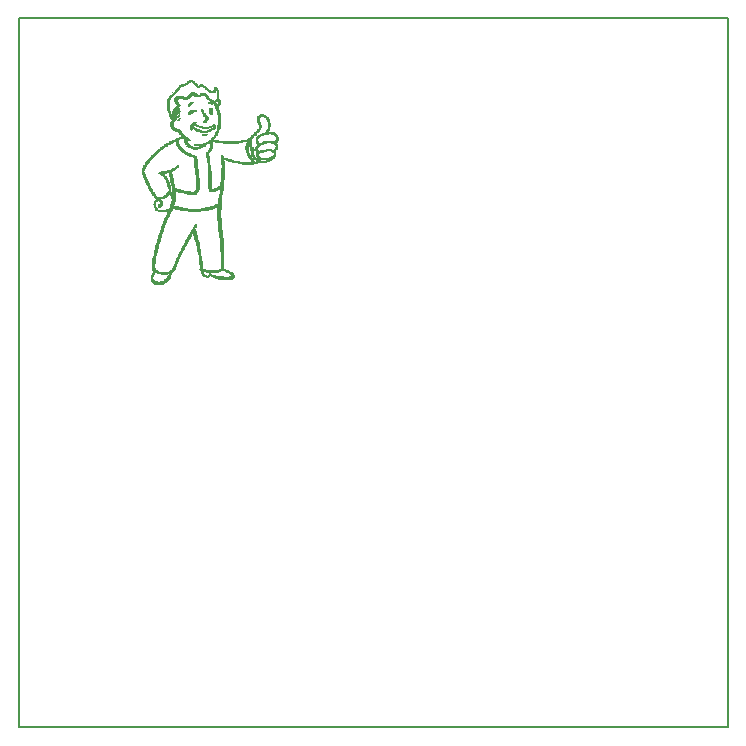
<source format=gbo>
G04 Layer_Color=32896*
%FSLAX25Y25*%
%MOIN*%
G70*
G01*
G75*
%ADD17C,0.00800*%
%ADD37C,0.00200*%
D17*
X433071Y488189D02*
Y724409D01*
X196850Y488189D02*
X433071D01*
X196850D02*
Y724409D01*
X433071D01*
D37*
X253517Y703813D02*
X254517D01*
X253116Y703613D02*
X254917D01*
X254316Y703413D02*
X255316D01*
X252917D02*
X253917D01*
X254517Y703213D02*
X255316D01*
X252716D02*
X253716D01*
X254716Y703013D02*
X255517D01*
X252517D02*
X253316D01*
X254917Y702813D02*
X255716D01*
X252316D02*
X253116D01*
X255117Y702613D02*
X255917D01*
X252116D02*
X252716D01*
X257316Y702413D02*
X257716D01*
X255316D02*
X256117D01*
X250716D02*
X252517D01*
X256916Y702213D02*
X258316D01*
X255517D02*
X256316D01*
X250317D02*
X252316D01*
X255716Y702013D02*
X258717D01*
X250116D02*
X251517D01*
X257716Y701813D02*
X258916D01*
X255917D02*
X257316D01*
X250116D02*
X250716D01*
X261717Y701613D02*
X262316D01*
X258117D02*
X259117D01*
X256117D02*
X256916D01*
X249917D02*
X250517D01*
X261717Y701413D02*
X262516D01*
X258517D02*
X259316D01*
X249716D02*
X250317D01*
X261717Y701213D02*
X262717D01*
X258717D02*
X259517D01*
X249517D02*
X250317D01*
X261717Y701013D02*
X262916D01*
X258916D02*
X259717D01*
X249517D02*
X250116D01*
X261717Y700813D02*
X262916D01*
X259316D02*
X259916D01*
X249317D02*
X249917D01*
X262516Y700613D02*
X263117D01*
X261717D02*
X262316D01*
X259517D02*
X260316D01*
X249116D02*
X249917D01*
X262516Y700413D02*
X263117D01*
X261516D02*
X262316D01*
X259717D02*
X260517D01*
X248917D02*
X249716D01*
X262717Y700213D02*
X263316D01*
X261316D02*
X262117D01*
X259916D02*
X260916D01*
X248917D02*
X249517D01*
X262717Y700013D02*
X263316D01*
X260117D02*
X262117D01*
X254316D02*
X255117D01*
X248716D02*
X249317D01*
X262717Y699813D02*
X263316D01*
X260517D02*
X261717D01*
X254117D02*
X255316D01*
X248517D02*
X249116D01*
X247716D02*
X247917D01*
X262717Y699613D02*
X263316D01*
X257716D02*
X258517D01*
X253917D02*
X255517D01*
X248317D02*
X248917D01*
X262916Y699413D02*
X263316D01*
X257316D02*
X258916D01*
X253716D02*
X255716D01*
X248116D02*
X248716D01*
X262916Y699213D02*
X263316D01*
X257117D02*
X259117D01*
X253517D02*
X256117D01*
X247716D02*
X248517D01*
X262916Y699013D02*
X263316D01*
X254716D02*
X259316D01*
X253316D02*
X254517D01*
X247516D02*
X248317D01*
X262916Y698813D02*
X263316D01*
X258517D02*
X259517D01*
X254917D02*
X257716D01*
X253116D02*
X254316D01*
X247317D02*
X248116D01*
X262916Y698613D02*
X263316D01*
X258717D02*
X259517D01*
X255316D02*
X257316D01*
X253116D02*
X254117D01*
X247116D02*
X247917D01*
X262916Y698413D02*
X263316D01*
X258916D02*
X259717D01*
X255716D02*
X257117D01*
X252917D02*
X253917D01*
X249317D02*
X251517D01*
X246917D02*
X247716D01*
X262717Y698213D02*
X263316D01*
X259117D02*
X259916D01*
X252517D02*
X253716D01*
X248917D02*
X252116D01*
X246716D02*
X247516D01*
X262717Y698013D02*
X263316D01*
X259117D02*
X260117D01*
X248716D02*
X253517D01*
X246516D02*
X247317D01*
X262717Y697813D02*
X263316D01*
X259316D02*
X260316D01*
X248517D02*
X253116D01*
X246516D02*
X247116D01*
X262516Y697613D02*
X263516D01*
X259517D02*
X260517D01*
X251517D02*
X252917D01*
X248517D02*
X249716D01*
X246317D02*
X247116D01*
X262516Y697413D02*
X263516D01*
X259916D02*
X260916D01*
X248517D02*
X249517D01*
X246317D02*
X246917D01*
X263117Y697213D02*
X263717D01*
X262117D02*
X262916D01*
X260117D02*
X261516D01*
X248517D02*
X249517D01*
X246317D02*
X246917D01*
X263117Y697013D02*
X263717D01*
X260517D02*
X262717D01*
X248517D02*
X249517D01*
X246317D02*
X246917D01*
X263316Y696813D02*
X263717D01*
X260916D02*
X262516D01*
X248716D02*
X249517D01*
X246116D02*
X246716D01*
X263316Y696613D02*
X263717D01*
X261316D02*
X262117D01*
X259916D02*
X260717D01*
X253917D02*
X254716D01*
X248716D02*
X249716D01*
X246116D02*
X246716D01*
X263316Y696413D02*
X263717D01*
X261516D02*
X262316D01*
X259916D02*
X260916D01*
X253716D02*
X254716D01*
X248716D02*
X249917D01*
X246116D02*
X246716D01*
X263316Y696213D02*
X263717D01*
X261516D02*
X262516D01*
X259916D02*
X261117D01*
X253517D02*
X254517D01*
X248917D02*
X249917D01*
X246116D02*
X246716D01*
X263117Y696013D02*
X263717D01*
X261717D02*
X262516D01*
X260717D02*
X261117D01*
X253517D02*
X254117D01*
X249116D02*
X250116D01*
X246116D02*
X246716D01*
X263117Y695813D02*
X263717D01*
X261717D02*
X262717D01*
X260916D02*
X261316D01*
X253316D02*
X253917D01*
X249317D02*
X250116D01*
X246116D02*
X246716D01*
X262916Y695613D02*
X263516D01*
X261916D02*
X262717D01*
X253316D02*
X253716D01*
X249517D02*
X250317D01*
X246116D02*
X246716D01*
X262117Y695413D02*
X263516D01*
X253116D02*
X253517D01*
X249716D02*
X250517D01*
X246116D02*
X246716D01*
X262117Y695213D02*
X263316D01*
X253116D02*
X253517D01*
X249317D02*
X250317D01*
X246116D02*
X246716D01*
X262117Y695013D02*
X263316D01*
X249116D02*
X249917D01*
X246116D02*
X246716D01*
X262316Y694813D02*
X263117D01*
X248917D02*
X249716D01*
X246317D02*
X246716D01*
X262316Y694613D02*
X263117D01*
X260517D02*
X260717D01*
X248716D02*
X249517D01*
X246317D02*
X246917D01*
X262516Y694413D02*
X263316D01*
X260316D02*
X261117D01*
X249917D02*
X250317D01*
X248517D02*
X249317D01*
X246317D02*
X246917D01*
X262516Y694213D02*
X263316D01*
X260316D02*
X261117D01*
X257517D02*
X257916D01*
X249517D02*
X250317D01*
X248317D02*
X249116D01*
X246317D02*
X246917D01*
X262516Y694013D02*
X263316D01*
X260117D02*
X261316D01*
X257517D02*
X257916D01*
X254117D02*
X255316D01*
X249317D02*
X250116D01*
X248317D02*
X248917D01*
X246317D02*
X246917D01*
X262717Y693813D02*
X263516D01*
X260117D02*
X261316D01*
X257517D02*
X258117D01*
X253716D02*
X255716D01*
X249116D02*
X249716D01*
X248116D02*
X248716D01*
X246516D02*
X246917D01*
X262717Y693613D02*
X263516D01*
X260117D02*
X261316D01*
X257517D02*
X258117D01*
X253716D02*
X255917D01*
X248917D02*
X249517D01*
X247917D02*
X248716D01*
X246516D02*
X247116D01*
X262717Y693413D02*
X263516D01*
X260117D02*
X261316D01*
X257716D02*
X258316D01*
X253517D02*
X255716D01*
X249716D02*
X250517D01*
X248716D02*
X249317D01*
X247917D02*
X248517D01*
X246516D02*
X247116D01*
X262916Y693213D02*
X263516D01*
X260117D02*
X261316D01*
X257716D02*
X258316D01*
X253316D02*
X254716D01*
X249517D02*
X250317D01*
X248517D02*
X249116D01*
X247917D02*
X248317D01*
X246516D02*
X247116D01*
X262916Y693013D02*
X263717D01*
X260316D02*
X261316D01*
X257916D02*
X258517D01*
X253316D02*
X254517D01*
X249317D02*
X250116D01*
X247716D02*
X248917D01*
X246716D02*
X247317D01*
X262916Y692813D02*
X263717D01*
X260316D02*
X261316D01*
X257916D02*
X258717D01*
X253316D02*
X254117D01*
X249116D02*
X249917D01*
X247716D02*
X248917D01*
X246716D02*
X247317D01*
X262916Y692613D02*
X263717D01*
X260517D02*
X261117D01*
X258117D02*
X258916D01*
X253316D02*
X253917D01*
X248917D02*
X249517D01*
X247716D02*
X248716D01*
X246716D02*
X247516D01*
X277116Y692413D02*
X278316D01*
X262916D02*
X263717D01*
X260717D02*
X260916D01*
X258117D02*
X258916D01*
X253316D02*
X253716D01*
X250116D02*
X250317D01*
X248716D02*
X249317D01*
X246917D02*
X248517D01*
X276716Y692213D02*
X278917D01*
X263117D02*
X263717D01*
X258316D02*
X259117D01*
X249716D02*
X250317D01*
X248716D02*
X249116D01*
X246917D02*
X248517D01*
X276517Y692013D02*
X279117D01*
X263117D02*
X263916D01*
X258316D02*
X259316D01*
X249517D02*
X250116D01*
X248517D02*
X249116D01*
X246917D02*
X248317D01*
X278116Y691813D02*
X279316D01*
X276316D02*
X277316D01*
X263117D02*
X263916D01*
X258517D02*
X259517D01*
X249317D02*
X249917D01*
X247116D02*
X248917D01*
X278517Y691613D02*
X279517D01*
X276316D02*
X277116D01*
X263117D02*
X263916D01*
X258717D02*
X259717D01*
X249116D02*
X249716D01*
X247116D02*
X248716D01*
X278917Y691413D02*
X279716D01*
X276116D02*
X277116D01*
X263117D02*
X263916D01*
X258717D02*
X259717D01*
X249116D02*
X249517D01*
X247317D02*
X248716D01*
X279117Y691213D02*
X279917D01*
X276116D02*
X276917D01*
X263117D02*
X263916D01*
X258916D02*
X259717D01*
X250116D02*
X250517D01*
X248917D02*
X249317D01*
X247317D02*
X248517D01*
X279316Y691013D02*
X279917D01*
X276116D02*
X276917D01*
X263117D02*
X263916D01*
X258717D02*
X259717D01*
X249716D02*
X250317D01*
X248917D02*
X249317D01*
X247516D02*
X248517D01*
X279316Y690813D02*
X280117D01*
X276116D02*
X276917D01*
X263117D02*
X263916D01*
X258717D02*
X259717D01*
X249716D02*
X250116D01*
X248917D02*
X249116D01*
X247716D02*
X248716D01*
X279517Y690613D02*
X280117D01*
X276116D02*
X276917D01*
X263117D02*
X263916D01*
X258517D02*
X259517D01*
X249517D02*
X250116D01*
X247716D02*
X248917D01*
X279517Y690413D02*
X280316D01*
X276316D02*
X276917D01*
X263117D02*
X263916D01*
X258517D02*
X259316D01*
X249716D02*
X249917D01*
X247716D02*
X248716D01*
X279517Y690213D02*
X280316D01*
X276316D02*
X276917D01*
X263117D02*
X263916D01*
X258316D02*
X259316D01*
X247516D02*
X248517D01*
X279716Y690013D02*
X280316D01*
X276316D02*
X276917D01*
X263117D02*
X263916D01*
X258316D02*
X259117D01*
X255316D02*
X255716D01*
X247317D02*
X248317D01*
X279716Y689813D02*
X280316D01*
X276316D02*
X277116D01*
X263117D02*
X263916D01*
X254917D02*
X255716D01*
X247317D02*
X248317D01*
X279716Y689613D02*
X280316D01*
X276517D02*
X277116D01*
X263117D02*
X263916D01*
X254716D02*
X255517D01*
X247116D02*
X248116D01*
X279716Y689413D02*
X280517D01*
X276517D02*
X277316D01*
X263117D02*
X263916D01*
X254517D02*
X255517D01*
X247116D02*
X248116D01*
X279917Y689213D02*
X280517D01*
X276517D02*
X277316D01*
X263117D02*
X263916D01*
X261516D02*
X261916D01*
X254316D02*
X255716D01*
X247116D02*
X248116D01*
X279917Y689013D02*
X280517D01*
X276716D02*
X277316D01*
X263117D02*
X263916D01*
X261516D02*
X261916D01*
X254117D02*
X256117D01*
X247116D02*
X248116D01*
X279917Y688813D02*
X280517D01*
X276716D02*
X277517D01*
X262916D02*
X263717D01*
X261316D02*
X262117D01*
X255117D02*
X256517D01*
X253917D02*
X254917D01*
X247317D02*
X248116D01*
X279716Y688613D02*
X280517D01*
X276716D02*
X277517D01*
X262916D02*
X263717D01*
X260916D02*
X262316D01*
X255716D02*
X257117D01*
X253917D02*
X254716D01*
X247317D02*
X248317D01*
X279716Y688413D02*
X280316D01*
X276716D02*
X277517D01*
X262916D02*
X263717D01*
X261516D02*
X262316D01*
X260316D02*
X261316D01*
X256117D02*
X257916D01*
X253716D02*
X254917D01*
X247317D02*
X248317D01*
X279716Y688213D02*
X280316D01*
X276716D02*
X277517D01*
X262916D02*
X263717D01*
X261516D02*
X262117D01*
X256916D02*
X260717D01*
X253716D02*
X255117D01*
X247516D02*
X248517D01*
X279716Y688013D02*
X280316D01*
X276716D02*
X277316D01*
X262916D02*
X263717D01*
X261316D02*
X262117D01*
X257716D02*
X259717D01*
X253716D02*
X255316D01*
X247516D02*
X248716D01*
X279716Y687813D02*
X280316D01*
X276716D02*
X277316D01*
X262916D02*
X263516D01*
X260916D02*
X262117D01*
X254716D02*
X255716D01*
X253716D02*
X254517D01*
X247716D02*
X249116D01*
X279517Y687613D02*
X280117D01*
X276517D02*
X277316D01*
X262717D02*
X263516D01*
X260517D02*
X261916D01*
X255117D02*
X256117D01*
X253917D02*
X254316D01*
X247917D02*
X249517D01*
X279517Y687413D02*
X280117D01*
X276316D02*
X277116D01*
X262717D02*
X263516D01*
X261516D02*
X261916D01*
X260117D02*
X261117D01*
X255316D02*
X256716D01*
X253917D02*
X254517D01*
X248116D02*
X250317D01*
X279316Y687213D02*
X280117D01*
X276116D02*
X276917D01*
X262717D02*
X263316D01*
X259517D02*
X260916D01*
X255517D02*
X257517D01*
X254117D02*
X254316D01*
X248317D02*
X250517D01*
X279316Y687013D02*
X279917D01*
X275917D02*
X276917D01*
X262516D02*
X263316D01*
X255917D02*
X260517D01*
X248716D02*
X250517D01*
X279117Y686813D02*
X279917D01*
X275716D02*
X276716D01*
X262516D02*
X263316D01*
X256316D02*
X260117D01*
X249317D02*
X250716D01*
X279917Y686613D02*
X280117D01*
X279117D02*
X279716D01*
X275517D02*
X276517D01*
X262516D02*
X263117D01*
X257117D02*
X259517D01*
X249917D02*
X250917D01*
X278716Y686413D02*
X281716D01*
X275317D02*
X276316D01*
X262316D02*
X263117D01*
X249917D02*
X250917D01*
X277917Y686213D02*
X282117D01*
X275116D02*
X275917D01*
X262316D02*
X262916D01*
X250116D02*
X251116D01*
X280716Y686013D02*
X282316D01*
X277517D02*
X279716D01*
X274917D02*
X275716D01*
X262117D02*
X262916D01*
X257916D02*
X259517D01*
X250317D02*
X251316D01*
X281517Y685813D02*
X282517D01*
X277116D02*
X278716D01*
X274716D02*
X275517D01*
X262117D02*
X262717D01*
X257716D02*
X259517D01*
X250517D02*
X251517D01*
X281916Y685613D02*
X282716D01*
X276716D02*
X278116D01*
X274517D02*
X275317D01*
X261916D02*
X262717D01*
X257716D02*
X259316D01*
X250716D02*
X251716D01*
X282117Y685413D02*
X282916D01*
X276517D02*
X277716D01*
X275517D02*
X275716D01*
X274317D02*
X275116D01*
X261717D02*
X262516D01*
X258117D02*
X259117D01*
X250917D02*
X251917D01*
X282316Y685213D02*
X282916D01*
X276316D02*
X277316D01*
X274317D02*
X274917D01*
X261717D02*
X262316D01*
X250917D02*
X252116D01*
X282517Y685013D02*
X283117D01*
X276116D02*
X276917D01*
X274116D02*
X274716D01*
X261516D02*
X262316D01*
X250716D02*
X252316D01*
X282517Y684813D02*
X283117D01*
X275917D02*
X276716D01*
X273917D02*
X274716D01*
X261316D02*
X262117D01*
X250116D02*
X252716D01*
X282517Y684613D02*
X283117D01*
X275917D02*
X276517D01*
X273716D02*
X274517D01*
X261117D02*
X261916D01*
X251517D02*
X252917D01*
X249716D02*
X251116D01*
X282517Y684413D02*
X283117D01*
X275716D02*
X276517D01*
X273317D02*
X274317D01*
X260916D02*
X261717D01*
X251517D02*
X253116D01*
X249116D02*
X250517D01*
X282517Y684213D02*
X283117D01*
X275716D02*
X276316D01*
X272716D02*
X274317D01*
X260717D02*
X261516D01*
X251716D02*
X253517D01*
X248716D02*
X250116D01*
X282517Y684013D02*
X283117D01*
X275716D02*
X276316D01*
X271917D02*
X274116D01*
X260517D02*
X261316D01*
X252716D02*
X253716D01*
X251716D02*
X252517D01*
X248317D02*
X249716D01*
X282316Y683813D02*
X282916D01*
X275716D02*
X276316D01*
X270917D02*
X274116D01*
X260316D02*
X263117D01*
X253116D02*
X253716D01*
X251716D02*
X252517D01*
X247716D02*
X249716D01*
X282316Y683613D02*
X282916D01*
X278917D02*
X281117D01*
X275716D02*
X276316D01*
X268516D02*
X274116D01*
X259916D02*
X266916D01*
X251716D02*
X252517D01*
X247317D02*
X249716D01*
X282117Y683413D02*
X282716D01*
X278316D02*
X281716D01*
X275716D02*
X276517D01*
X272917D02*
X274116D01*
X259717D02*
X272317D01*
X251917D02*
X252716D01*
X248917D02*
X249716D01*
X246917D02*
X248517D01*
X277917Y683213D02*
X282716D01*
X275917D02*
X276517D01*
X272716D02*
X274116D01*
X262316D02*
X271317D01*
X259316D02*
X261117D01*
X251917D02*
X252716D01*
X249116D02*
X249716D01*
X246716D02*
X248116D01*
X280917Y683013D02*
X282517D01*
X277517D02*
X279117D01*
X275917D02*
X276716D01*
X272716D02*
X274116D01*
X264717D02*
X269917D01*
X260517D02*
X261117D01*
X258717D02*
X260117D01*
X252116D02*
X252917D01*
X249116D02*
X249917D01*
X246317D02*
X247716D01*
X281316Y682813D02*
X282517D01*
X277116D02*
X278517D01*
X276116D02*
X276917D01*
X273517D02*
X274116D01*
X272516D02*
X273317D01*
X260517D02*
X261117D01*
X258117D02*
X259717D01*
X252116D02*
X253116D01*
X249116D02*
X249917D01*
X245917D02*
X247516D01*
X281716Y682613D02*
X282517D01*
X276316D02*
X278116D01*
X273517D02*
X274116D01*
X272516D02*
X273317D01*
X260517D02*
X261117D01*
X257316D02*
X259316D01*
X252316D02*
X253316D01*
X249116D02*
X250116D01*
X245717D02*
X247116D01*
X282117Y682413D02*
X282716D01*
X276517D02*
X277716D01*
X273517D02*
X274116D01*
X272516D02*
X273116D01*
X260517D02*
X261117D01*
X255316D02*
X259117D01*
X252517D02*
X253517D01*
X249317D02*
X250116D01*
X245317D02*
X246716D01*
X282316Y682213D02*
X282916D01*
X276116D02*
X277316D01*
X273517D02*
X274317D01*
X272516D02*
X273116D01*
X260517D02*
X261117D01*
X255316D02*
X258916D01*
X252716D02*
X253716D01*
X249317D02*
X250317D01*
X245116D02*
X246317D01*
X282517Y682013D02*
X282916D01*
X275917D02*
X276917D01*
X273517D02*
X274317D01*
X272516D02*
X273116D01*
X260517D02*
X261117D01*
X257316D02*
X258717D01*
X252716D02*
X253917D01*
X249517D02*
X250317D01*
X244717D02*
X246116D01*
X282517Y681813D02*
X282916D01*
X275917D02*
X276716D01*
X273716D02*
X274317D01*
X272317D02*
X273116D01*
X260517D02*
X261117D01*
X256916D02*
X258316D01*
X253116D02*
X254517D01*
X252517D02*
X252716D01*
X249517D02*
X250517D01*
X244516D02*
X245717D01*
X282517Y681613D02*
X282916D01*
X275716D02*
X276517D01*
X273917D02*
X274517D01*
X272317D02*
X273116D01*
X260517D02*
X261117D01*
X255716D02*
X257916D01*
X253316D02*
X255517D01*
X249716D02*
X250716D01*
X244317D02*
X245317D01*
X282316Y681413D02*
X282916D01*
X275517D02*
X276316D01*
X273917D02*
X274716D01*
X272317D02*
X273116D01*
X260517D02*
X261117D01*
X253716D02*
X257716D01*
X249917D02*
X250917D01*
X243917D02*
X245116D01*
X282117Y681213D02*
X282916D01*
X275517D02*
X276316D01*
X273917D02*
X274917D01*
X272317D02*
X273116D01*
X260316D02*
X261117D01*
X254117D02*
X257117D01*
X249917D02*
X251116D01*
X243717D02*
X244717D01*
X281916Y681013D02*
X282716D01*
X275517D02*
X276116D01*
X273917D02*
X274917D01*
X272317D02*
X273116D01*
X260316D02*
X260916D01*
X254917D02*
X256117D01*
X250116D02*
X251316D01*
X243516D02*
X244516D01*
X281716Y680813D02*
X282517D01*
X279316D02*
X280716D01*
X275517D02*
X276116D01*
X273917D02*
X275116D01*
X272317D02*
X273116D01*
X260117D02*
X260916D01*
X250317D02*
X251517D01*
X243317D02*
X244317D01*
X278116Y680613D02*
X282316D01*
X275517D02*
X276316D01*
X273917D02*
X275116D01*
X272516D02*
X273116D01*
X259916D02*
X260717D01*
X250517D02*
X251716D01*
X242916D02*
X243917D01*
X277316Y680413D02*
X281916D01*
X275517D02*
X276517D01*
X273917D02*
X274716D01*
X272516D02*
X273116D01*
X259916D02*
X260717D01*
X250716D02*
X251917D01*
X242717D02*
X243717D01*
X280917Y680213D02*
X282117D01*
X275716D02*
X279117D01*
X274116D02*
X274716D01*
X272516D02*
X273116D01*
X259717D02*
X260517D01*
X250917D02*
X252316D01*
X242516D02*
X243516D01*
X281316Y680013D02*
X282117D01*
X275917D02*
X278116D01*
X274116D02*
X274716D01*
X272516D02*
X273317D01*
X259316D02*
X260316D01*
X251116D02*
X252716D01*
X242317D02*
X243317D01*
X281716Y679813D02*
X282316D01*
X276116D02*
X277316D01*
X274116D02*
X274917D01*
X272516D02*
X273317D01*
X259316D02*
X260117D01*
X251517D02*
X252917D01*
X242116D02*
X243116D01*
X281716Y679613D02*
X282316D01*
X275917D02*
X276917D01*
X274116D02*
X274917D01*
X272716D02*
X273317D01*
X259316D02*
X259916D01*
X251716D02*
X253316D01*
X241916D02*
X242916D01*
X281916Y679413D02*
X282316D01*
X275917D02*
X276716D01*
X274317D02*
X274917D01*
X272716D02*
X273517D01*
X259316D02*
X259916D01*
X251917D02*
X253716D01*
X241717D02*
X242717D01*
X281916Y679213D02*
X282316D01*
X275716D02*
X276517D01*
X274317D02*
X274917D01*
X272917D02*
X273517D01*
X259316D02*
X259916D01*
X252316D02*
X254316D01*
X241516D02*
X242516D01*
X281716Y679013D02*
X282316D01*
X275716D02*
X276316D01*
X274317D02*
X275116D01*
X272917D02*
X273716D01*
X264117D02*
X264516D01*
X259316D02*
X259916D01*
X252716D02*
X255117D01*
X241317D02*
X242317D01*
X281517Y678813D02*
X282316D01*
X275716D02*
X276517D01*
X274517D02*
X275116D01*
X272917D02*
X273716D01*
X264117D02*
X264516D01*
X259316D02*
X259916D01*
X253116D02*
X255316D01*
X240916D02*
X241916D01*
X281316Y678613D02*
X282117D01*
X275917D02*
X276517D01*
X274517D02*
X275317D01*
X273116D02*
X273917D01*
X264117D02*
X264717D01*
X259316D02*
X260117D01*
X253517D02*
X255716D01*
X240916D02*
X241916D01*
X280716Y678413D02*
X282117D01*
X275917D02*
X276716D01*
X274716D02*
X275317D01*
X273317D02*
X274116D01*
X264317D02*
X264717D01*
X259316D02*
X260117D01*
X254117D02*
X255716D01*
X240717D02*
X241717D01*
X280117Y678213D02*
X281916D01*
X276116D02*
X277116D01*
X274716D02*
X275517D01*
X273317D02*
X274116D01*
X264317D02*
X264916D01*
X259316D02*
X260117D01*
X254917D02*
X255917D01*
X240516D02*
X241516D01*
X276316Y678013D02*
X281716D01*
X274917D02*
X275716D01*
X273517D02*
X274317D01*
X264317D02*
X265516D01*
X259517D02*
X260117D01*
X255117D02*
X255917D01*
X240317D02*
X241317D01*
X276517Y677813D02*
X281517D01*
X275116D02*
X275917D01*
X273716D02*
X274517D01*
X264317D02*
X266116D01*
X259517D02*
X260117D01*
X255117D02*
X255917D01*
X240117D02*
X241116D01*
X280316Y677613D02*
X281316D01*
X276917D02*
X280117D01*
X275317D02*
X276116D01*
X273716D02*
X274716D01*
X264317D02*
X266717D01*
X259517D02*
X260117D01*
X255117D02*
X255917D01*
X239916D02*
X240916D01*
X279716Y677413D02*
X280917D01*
X277917D02*
X278917D01*
X275517D02*
X276517D01*
X273917D02*
X274716D01*
X265317D02*
X267516D01*
X264317D02*
X264916D01*
X259517D02*
X260117D01*
X255117D02*
X256117D01*
X239717D02*
X240717D01*
X279117Y677213D02*
X280716D01*
X275716D02*
X277116D01*
X274116D02*
X274917D01*
X265916D02*
X268317D01*
X264317D02*
X264916D01*
X259517D02*
X260316D01*
X255117D02*
X256117D01*
X239516D02*
X240516D01*
X275917Y677013D02*
X280316D01*
X274317D02*
X275116D01*
X266516D02*
X269317D01*
X264317D02*
X265117D01*
X259517D02*
X260316D01*
X255316D02*
X256117D01*
X239317D02*
X240317D01*
X276116Y676813D02*
X279917D01*
X274517D02*
X275317D01*
X267116D02*
X270317D01*
X264317D02*
X265117D01*
X259517D02*
X260316D01*
X255316D02*
X256117D01*
X239317D02*
X240117D01*
X274517Y676613D02*
X279117D01*
X267916D02*
X271917D01*
X264317D02*
X265117D01*
X259517D02*
X260316D01*
X255316D02*
X256117D01*
X239117D02*
X240117D01*
X268717Y676413D02*
X276716D01*
X264317D02*
X265117D01*
X259717D02*
X260316D01*
X255316D02*
X256117D01*
X238916D02*
X239916D01*
X269917Y676213D02*
X276116D01*
X264317D02*
X265117D01*
X259717D02*
X260316D01*
X255316D02*
X256117D01*
X238916D02*
X239717D01*
X271317Y676013D02*
X274917D01*
X264317D02*
X265117D01*
X259717D02*
X260316D01*
X255316D02*
X256316D01*
X238717D02*
X239516D01*
X264516Y675813D02*
X265117D01*
X259717D02*
X260316D01*
X255316D02*
X256316D01*
X238717D02*
X239516D01*
X264516Y675613D02*
X265117D01*
X259717D02*
X260316D01*
X255316D02*
X256316D01*
X238516D02*
X239317D01*
X264516Y675413D02*
X265117D01*
X259717D02*
X260517D01*
X255316D02*
X256316D01*
X249517D02*
X249917D01*
X238316D02*
X239117D01*
X264516Y675213D02*
X265117D01*
X259717D02*
X260517D01*
X255316D02*
X256316D01*
X249317D02*
X249716D01*
X238316D02*
X239117D01*
X264516Y675013D02*
X265117D01*
X259717D02*
X260517D01*
X255316D02*
X256316D01*
X248917D02*
X249716D01*
X238117D02*
X238916D01*
X264516Y674813D02*
X265117D01*
X259717D02*
X260517D01*
X255316D02*
X256316D01*
X248716D02*
X249517D01*
X238117D02*
X238717D01*
X264516Y674613D02*
X265117D01*
X259717D02*
X260517D01*
X255517D02*
X256316D01*
X248317D02*
X249317D01*
X237916D02*
X238717D01*
X264317Y674413D02*
X265117D01*
X259916D02*
X260517D01*
X255517D02*
X256316D01*
X247917D02*
X249116D01*
X237916D02*
X238516D01*
X264317Y674213D02*
X265117D01*
X259916D02*
X260517D01*
X255517D02*
X256517D01*
X247516D02*
X248917D01*
X237916D02*
X238516D01*
X264317Y674013D02*
X265117D01*
X259916D02*
X260517D01*
X255517D02*
X256517D01*
X246917D02*
X248517D01*
X237717D02*
X238516D01*
X264317Y673813D02*
X265117D01*
X259916D02*
X260517D01*
X255517D02*
X256517D01*
X246116D02*
X248317D01*
X237717D02*
X238316D01*
X264317Y673613D02*
X265117D01*
X259916D02*
X260717D01*
X255517D02*
X256517D01*
X245317D02*
X247917D01*
X237717D02*
X238316D01*
X264317Y673413D02*
X265117D01*
X259916D02*
X260717D01*
X255517D02*
X256517D01*
X244116D02*
X247516D01*
X237717D02*
X238316D01*
X264317Y673213D02*
X265117D01*
X259916D02*
X260717D01*
X255517D02*
X256517D01*
X243516D02*
X247516D01*
X237916D02*
X238516D01*
X264317Y673013D02*
X265117D01*
X259916D02*
X260717D01*
X255517D02*
X256517D01*
X246716D02*
X247516D01*
X243116D02*
X245917D01*
X237916D02*
X238516D01*
X264317Y672813D02*
X265117D01*
X259916D02*
X260717D01*
X255517D02*
X256517D01*
X246716D02*
X247516D01*
X243317D02*
X244917D01*
X237916D02*
X238516D01*
X264317Y672613D02*
X265117D01*
X259916D02*
X260717D01*
X255517D02*
X256517D01*
X246716D02*
X247716D01*
X243717D02*
X244917D01*
X237916D02*
X238717D01*
X264317Y672413D02*
X265117D01*
X259916D02*
X260717D01*
X255517D02*
X256517D01*
X246917D02*
X247716D01*
X244116D02*
X245116D01*
X238117D02*
X238717D01*
X264317Y672213D02*
X265117D01*
X259916D02*
X260717D01*
X255716D02*
X256517D01*
X246917D02*
X247716D01*
X244317D02*
X245317D01*
X238117D02*
X238916D01*
X264317Y672013D02*
X265117D01*
X259916D02*
X260717D01*
X255716D02*
X256517D01*
X246917D02*
X247716D01*
X244717D02*
X245516D01*
X238316D02*
X238916D01*
X264317Y671813D02*
X265117D01*
X259916D02*
X260717D01*
X255716D02*
X256517D01*
X246917D02*
X247917D01*
X244917D02*
X245717D01*
X238316D02*
X238916D01*
X264317Y671613D02*
X265117D01*
X259916D02*
X260717D01*
X255716D02*
X256517D01*
X247116D02*
X247917D01*
X245116D02*
X245917D01*
X238316D02*
X239117D01*
X264117Y671413D02*
X265117D01*
X259916D02*
X260916D01*
X255716D02*
X256517D01*
X247116D02*
X247917D01*
X245116D02*
X245917D01*
X238516D02*
X239117D01*
X264117Y671213D02*
X265117D01*
X259916D02*
X260916D01*
X255716D02*
X256716D01*
X247116D02*
X248116D01*
X245317D02*
X246116D01*
X238516D02*
X239317D01*
X264117Y671013D02*
X265117D01*
X259916D02*
X260916D01*
X255716D02*
X256716D01*
X247116D02*
X248116D01*
X245516D02*
X246317D01*
X238516D02*
X239317D01*
X264117Y670813D02*
X264916D01*
X259916D02*
X260916D01*
X255716D02*
X256716D01*
X247317D02*
X248116D01*
X245516D02*
X246317D01*
X238717D02*
X239516D01*
X264117Y670613D02*
X264916D01*
X259916D02*
X260916D01*
X255716D02*
X256716D01*
X247317D02*
X248116D01*
X245717D02*
X246516D01*
X238717D02*
X239516D01*
X264117Y670413D02*
X264916D01*
X259916D02*
X260717D01*
X255716D02*
X256716D01*
X247317D02*
X248116D01*
X245717D02*
X246516D01*
X238916D02*
X239516D01*
X264117Y670213D02*
X264916D01*
X259916D02*
X260717D01*
X255716D02*
X256716D01*
X247317D02*
X248317D01*
X245917D02*
X246516D01*
X238916D02*
X239717D01*
X264117Y670013D02*
X264916D01*
X259916D02*
X260717D01*
X255716D02*
X256716D01*
X247317D02*
X248317D01*
X245917D02*
X246716D01*
X238916D02*
X239717D01*
X263916Y669813D02*
X264916D01*
X259916D02*
X260717D01*
X255716D02*
X256716D01*
X247516D02*
X248317D01*
X246116D02*
X246716D01*
X239117D02*
X239916D01*
X263916Y669613D02*
X264916D01*
X259916D02*
X260717D01*
X255716D02*
X256716D01*
X247516D02*
X248317D01*
X246116D02*
X246917D01*
X239117D02*
X239916D01*
X263916Y669413D02*
X264916D01*
X259916D02*
X260717D01*
X255716D02*
X256716D01*
X247516D02*
X248317D01*
X246116D02*
X246917D01*
X239317D02*
X240117D01*
X263916Y669213D02*
X264916D01*
X259916D02*
X260717D01*
X255716D02*
X256716D01*
X247516D02*
X248517D01*
X246317D02*
X246917D01*
X239317D02*
X240117D01*
X263916Y669013D02*
X264916D01*
X259916D02*
X260717D01*
X255716D02*
X256716D01*
X247516D02*
X248517D01*
X246317D02*
X246917D01*
X239516D02*
X240317D01*
X263717Y668813D02*
X264916D01*
X259916D02*
X260717D01*
X255716D02*
X256716D01*
X247516D02*
X248517D01*
X246317D02*
X247116D01*
X239516D02*
X240317D01*
X263316Y668613D02*
X264717D01*
X259916D02*
X260717D01*
X255716D02*
X256716D01*
X247716D02*
X248517D01*
X246317D02*
X247116D01*
X239717D02*
X240516D01*
X263117Y668413D02*
X264717D01*
X259916D02*
X260916D01*
X255716D02*
X256716D01*
X247716D02*
X248517D01*
X246516D02*
X247116D01*
X239717D02*
X240516D01*
X262717Y668213D02*
X264717D01*
X259916D02*
X260916D01*
X255716D02*
X256716D01*
X247716D02*
X248517D01*
X246516D02*
X247116D01*
X239717D02*
X240516D01*
X262316Y668013D02*
X264717D01*
X259916D02*
X260916D01*
X255716D02*
X256716D01*
X247716D02*
X248517D01*
X246516D02*
X247116D01*
X239916D02*
X240717D01*
X261916Y667813D02*
X264717D01*
X259916D02*
X260916D01*
X255716D02*
X256716D01*
X247716D02*
X249116D01*
X246516D02*
X247317D01*
X239916D02*
X240916D01*
X263717Y667613D02*
X264717D01*
X261516D02*
X263516D01*
X260117D02*
X261117D01*
X255716D02*
X256716D01*
X247716D02*
X249716D01*
X246716D02*
X247317D01*
X240117D02*
X240916D01*
X263717Y667413D02*
X264717D01*
X260117D02*
X263117D01*
X255716D02*
X256716D01*
X247716D02*
X250517D01*
X246716D02*
X247317D01*
X240317D02*
X241116D01*
X263717Y667213D02*
X264717D01*
X260117D02*
X262717D01*
X255517D02*
X256517D01*
X247917D02*
X251517D01*
X246716D02*
X247317D01*
X240317D02*
X241116D01*
X263717Y667013D02*
X264516D01*
X260316D02*
X262316D01*
X255316D02*
X256517D01*
X247917D02*
X252517D01*
X246716D02*
X247317D01*
X240516D02*
X241317D01*
X263717Y666813D02*
X264516D01*
X260517D02*
X261516D01*
X255316D02*
X256517D01*
X249317D02*
X253917D01*
X247917D02*
X248716D01*
X246516D02*
X247317D01*
X240516D02*
X241317D01*
X263717Y666613D02*
X264516D01*
X249917D02*
X256316D01*
X247917D02*
X248716D01*
X246516D02*
X247317D01*
X240717D02*
X241516D01*
X263717Y666413D02*
X264516D01*
X250716D02*
X256117D01*
X247917D02*
X248716D01*
X246317D02*
X247516D01*
X240916D02*
X241717D01*
X263717Y666213D02*
X264516D01*
X251716D02*
X255917D01*
X247917D02*
X248716D01*
X245917D02*
X247716D01*
X240916D02*
X241717D01*
X263516Y666013D02*
X264516D01*
X252716D02*
X255716D01*
X247917D02*
X248716D01*
X247116D02*
X247716D01*
X245917D02*
X246917D01*
X241116D02*
X241916D01*
X263516Y665813D02*
X264516D01*
X254716D02*
X255117D01*
X254316D02*
X254517D01*
X247116D02*
X248716D01*
X245717D02*
X246716D01*
X241116D02*
X242116D01*
X263516Y665613D02*
X264317D01*
X247317D02*
X248716D01*
X245516D02*
X246516D01*
X241317D02*
X242116D01*
X263516Y665413D02*
X264317D01*
X247317D02*
X248716D01*
X245116D02*
X246317D01*
X241516D02*
X242317D01*
X263516Y665213D02*
X264317D01*
X247516D02*
X248716D01*
X244717D02*
X246116D01*
X241717D02*
X242516D01*
X263516Y665013D02*
X264317D01*
X247516D02*
X248716D01*
X244116D02*
X245917D01*
X241916D02*
X242717D01*
X263516Y664813D02*
X264317D01*
X247516D02*
X248716D01*
X242116D02*
X245516D01*
X263316Y664613D02*
X264317D01*
X247516D02*
X248716D01*
X242317D02*
X245317D01*
X263316Y664413D02*
X264317D01*
X247516D02*
X248716D01*
X242516D02*
X244516D01*
X263316Y664213D02*
X264317D01*
X247716D02*
X248716D01*
X242516D02*
X243917D01*
X263316Y664013D02*
X264317D01*
X247716D02*
X248716D01*
X242116D02*
X244116D01*
X263316Y663813D02*
X264317D01*
X247716D02*
X248716D01*
X243317D02*
X244317D01*
X242116D02*
X242916D01*
X263316Y663613D02*
X264117D01*
X247516D02*
X248716D01*
X243516D02*
X244317D01*
X241916D02*
X242717D01*
X263316Y663413D02*
X264117D01*
X247516D02*
X248716D01*
X243717D02*
X244516D01*
X241717D02*
X242516D01*
X263117Y663213D02*
X264117D01*
X247516D02*
X248517D01*
X243717D02*
X244516D01*
X241717D02*
X242317D01*
X263117Y663013D02*
X264117D01*
X247516D02*
X248517D01*
X243717D02*
X244516D01*
X241717D02*
X242317D01*
X263117Y662813D02*
X264117D01*
X247516D02*
X248517D01*
X243917D02*
X244516D01*
X241717D02*
X242116D01*
X262916Y662613D02*
X264117D01*
X247516D02*
X248517D01*
X243717D02*
X244516D01*
X241516D02*
X242116D01*
X262316Y662413D02*
X264117D01*
X247317D02*
X248317D01*
X243317D02*
X244516D01*
X241516D02*
X242116D01*
X261916Y662213D02*
X264117D01*
X247317D02*
X248317D01*
X243116D02*
X244516D01*
X241717D02*
X242116D01*
X261117Y662013D02*
X264117D01*
X247317D02*
X248917D01*
X243116D02*
X244317D01*
X241717D02*
X242317D01*
X260517Y661813D02*
X264117D01*
X247116D02*
X249716D01*
X243116D02*
X244116D01*
X241717D02*
X242317D01*
X259717Y661613D02*
X264117D01*
X247116D02*
X250517D01*
X243317D02*
X243717D01*
X241916D02*
X242317D01*
X262916Y661413D02*
X264117D01*
X258717D02*
X262316D01*
X247116D02*
X251316D01*
X241916D02*
X242516D01*
X262916Y661213D02*
X264117D01*
X257517D02*
X261717D01*
X248317D02*
X252716D01*
X246917D02*
X248116D01*
X242116D02*
X242717D01*
X262916Y661013D02*
X264117D01*
X248917D02*
X261316D01*
X246716D02*
X247917D01*
X242116D02*
X242717D01*
X262916Y660813D02*
X263916D01*
X249517D02*
X260517D01*
X245917D02*
X247917D01*
X242317D02*
X242916D01*
X262916Y660613D02*
X263916D01*
X250517D02*
X259717D01*
X242317D02*
X247716D01*
X262916Y660413D02*
X263916D01*
X251716D02*
X258717D01*
X242516D02*
X247516D01*
X262916Y660213D02*
X263916D01*
X253316D02*
X257316D01*
X246516D02*
X247516D01*
X243116D02*
X246317D01*
X262916Y660013D02*
X263916D01*
X246516D02*
X247317D01*
X262916Y659813D02*
X263916D01*
X246317D02*
X247317D01*
X262916Y659613D02*
X263916D01*
X246317D02*
X247116D01*
X262916Y659413D02*
X263916D01*
X246116D02*
X247116D01*
X262916Y659213D02*
X263916D01*
X246116D02*
X246917D01*
X262916Y659013D02*
X263916D01*
X245917D02*
X246917D01*
X262916Y658813D02*
X263916D01*
X245917D02*
X246716D01*
X262916Y658613D02*
X263916D01*
X245717D02*
X246716D01*
X262916Y658413D02*
X263916D01*
X245717D02*
X246516D01*
X262916Y658213D02*
X263916D01*
X245516D02*
X246516D01*
X262916Y658013D02*
X264117D01*
X245516D02*
X246317D01*
X262916Y657813D02*
X264117D01*
X245317D02*
X246317D01*
X262916Y657613D02*
X264117D01*
X245317D02*
X246116D01*
X262916Y657413D02*
X264117D01*
X245317D02*
X246116D01*
X262916Y657213D02*
X264117D01*
X245116D02*
X245917D01*
X263117Y657013D02*
X264117D01*
X245116D02*
X245917D01*
X263117Y656813D02*
X264117D01*
X244917D02*
X245717D01*
X263117Y656613D02*
X264117D01*
X244917D02*
X245717D01*
X263117Y656413D02*
X264117D01*
X244717D02*
X245717D01*
X263117Y656213D02*
X264317D01*
X244717D02*
X245516D01*
X263117Y656013D02*
X264317D01*
X255716D02*
X255917D01*
X244717D02*
X245516D01*
X263117Y655813D02*
X264317D01*
X255517D02*
X255917D01*
X244516D02*
X245317D01*
X263117Y655613D02*
X264317D01*
X255316D02*
X255917D01*
X244516D02*
X245317D01*
X263117Y655413D02*
X264317D01*
X255316D02*
X255716D01*
X244516D02*
X245317D01*
X263117Y655213D02*
X264317D01*
X255117D02*
X255716D01*
X244317D02*
X245116D01*
X263316Y655013D02*
X264317D01*
X255117D02*
X255716D01*
X244317D02*
X245116D01*
X263316Y654813D02*
X264317D01*
X254917D02*
X255517D01*
X244317D02*
X245116D01*
X263316Y654613D02*
X264317D01*
X254716D02*
X255316D01*
X244116D02*
X244917D01*
X263316Y654413D02*
X264317D01*
X254716D02*
X255316D01*
X244116D02*
X244917D01*
X263316Y654213D02*
X264317D01*
X254517D02*
X255517D01*
X244116D02*
X244917D01*
X263316Y654013D02*
X264516D01*
X254517D02*
X255517D01*
X243917D02*
X244717D01*
X263316Y653813D02*
X264516D01*
X254316D02*
X255517D01*
X243917D02*
X244717D01*
X263316Y653613D02*
X264516D01*
X254117D02*
X255716D01*
X243917D02*
X244717D01*
X263316Y653413D02*
X264516D01*
X254117D02*
X255716D01*
X243717D02*
X244717D01*
X263516Y653213D02*
X264516D01*
X253917D02*
X255716D01*
X243717D02*
X244516D01*
X263516Y653013D02*
X264516D01*
X254716D02*
X255716D01*
X253917D02*
X254517D01*
X243717D02*
X244516D01*
X263516Y652813D02*
X264516D01*
X254716D02*
X255917D01*
X253716D02*
X254517D01*
X243516D02*
X244516D01*
X263516Y652613D02*
X264516D01*
X254917D02*
X255917D01*
X253716D02*
X254316D01*
X243516D02*
X244317D01*
X263516Y652413D02*
X264516D01*
X254917D02*
X255917D01*
X253517D02*
X254316D01*
X243516D02*
X244317D01*
X263516Y652213D02*
X264516D01*
X254917D02*
X256117D01*
X253316D02*
X254117D01*
X243317D02*
X244317D01*
X263516Y652013D02*
X264516D01*
X255117D02*
X256117D01*
X253316D02*
X254117D01*
X243317D02*
X244116D01*
X263516Y651813D02*
X264516D01*
X255117D02*
X256117D01*
X253116D02*
X253917D01*
X243317D02*
X244116D01*
X263516Y651613D02*
X264516D01*
X255117D02*
X256117D01*
X253116D02*
X253917D01*
X243116D02*
X244116D01*
X263717Y651413D02*
X264516D01*
X255316D02*
X256316D01*
X252917D02*
X253716D01*
X243116D02*
X243917D01*
X263717Y651213D02*
X264717D01*
X255316D02*
X256316D01*
X252917D02*
X253716D01*
X243116D02*
X243917D01*
X263717Y651013D02*
X264717D01*
X255316D02*
X256316D01*
X252716D02*
X253517D01*
X242916D02*
X243917D01*
X263717Y650813D02*
X264717D01*
X255517D02*
X256316D01*
X252517D02*
X253316D01*
X242916D02*
X243917D01*
X263717Y650613D02*
X264717D01*
X255517D02*
X256517D01*
X252517D02*
X253316D01*
X242916D02*
X243717D01*
X263717Y650413D02*
X264717D01*
X255517D02*
X256517D01*
X252316D02*
X253116D01*
X242916D02*
X243717D01*
X263717Y650213D02*
X264717D01*
X255517D02*
X256517D01*
X252316D02*
X253116D01*
X242717D02*
X243717D01*
X263717Y650013D02*
X264717D01*
X255716D02*
X256517D01*
X252116D02*
X252917D01*
X242717D02*
X243516D01*
X263717Y649813D02*
X264717D01*
X255716D02*
X256716D01*
X252116D02*
X252917D01*
X242717D02*
X243516D01*
X263717Y649613D02*
X264717D01*
X255716D02*
X256716D01*
X251917D02*
X252716D01*
X242516D02*
X243516D01*
X263717Y649413D02*
X264717D01*
X255917D02*
X256716D01*
X251917D02*
X252716D01*
X242516D02*
X243516D01*
X263916Y649213D02*
X264717D01*
X255917D02*
X256716D01*
X251716D02*
X252517D01*
X242516D02*
X243317D01*
X263916Y649013D02*
X264717D01*
X255917D02*
X256716D01*
X251517D02*
X252517D01*
X242516D02*
X243317D01*
X263916Y648813D02*
X264717D01*
X255917D02*
X256716D01*
X251517D02*
X252316D01*
X242317D02*
X243317D01*
X263916Y648613D02*
X264717D01*
X256117D02*
X256916D01*
X251316D02*
X252316D01*
X242317D02*
X243116D01*
X263916Y648413D02*
X264717D01*
X256117D02*
X256916D01*
X251316D02*
X252116D01*
X242317D02*
X243116D01*
X263916Y648213D02*
X264717D01*
X256117D02*
X256916D01*
X251116D02*
X251917D01*
X242317D02*
X243116D01*
X263916Y648013D02*
X264717D01*
X256117D02*
X256916D01*
X251116D02*
X251917D01*
X242116D02*
X243116D01*
X263916Y647813D02*
X264717D01*
X256117D02*
X256916D01*
X250917D02*
X251716D01*
X242116D02*
X242916D01*
X263916Y647613D02*
X264717D01*
X256316D02*
X257117D01*
X250917D02*
X251716D01*
X242116D02*
X242916D01*
X263916Y647413D02*
X264717D01*
X256316D02*
X257117D01*
X250716D02*
X251517D01*
X242116D02*
X242916D01*
X263916Y647213D02*
X264916D01*
X256316D02*
X257117D01*
X250716D02*
X251517D01*
X241916D02*
X242717D01*
X263916Y647013D02*
X264916D01*
X256316D02*
X257117D01*
X250517D02*
X251316D01*
X241916D02*
X242717D01*
X264117Y646813D02*
X264916D01*
X256517D02*
X257117D01*
X250517D02*
X251316D01*
X241916D02*
X242717D01*
X264117Y646613D02*
X264916D01*
X256517D02*
X257316D01*
X250317D02*
X251116D01*
X241916D02*
X242717D01*
X264117Y646413D02*
X264916D01*
X256517D02*
X257316D01*
X250317D02*
X250917D01*
X241916D02*
X242717D01*
X264117Y646213D02*
X264916D01*
X256517D02*
X257316D01*
X250116D02*
X250917D01*
X241717D02*
X242516D01*
X264117Y646013D02*
X264916D01*
X256517D02*
X257316D01*
X249917D02*
X250917D01*
X241717D02*
X242516D01*
X264117Y645813D02*
X264916D01*
X256517D02*
X257316D01*
X249917D02*
X250716D01*
X241717D02*
X242516D01*
X264117Y645613D02*
X264916D01*
X256716D02*
X257316D01*
X249917D02*
X250517D01*
X241717D02*
X242516D01*
X264117Y645413D02*
X264916D01*
X256716D02*
X257316D01*
X249716D02*
X250517D01*
X241717D02*
X242516D01*
X264117Y645213D02*
X264916D01*
X256716D02*
X257517D01*
X249716D02*
X250517D01*
X241516D02*
X242317D01*
X264117Y645013D02*
X264916D01*
X256716D02*
X257517D01*
X249517D02*
X250317D01*
X241516D02*
X242317D01*
X264117Y644813D02*
X264916D01*
X256716D02*
X257517D01*
X249517D02*
X250317D01*
X241516D02*
X242317D01*
X264117Y644613D02*
X264916D01*
X256716D02*
X257517D01*
X249317D02*
X250116D01*
X241516D02*
X242317D01*
X264117Y644413D02*
X264916D01*
X256716D02*
X257517D01*
X249317D02*
X250116D01*
X241317D02*
X242317D01*
X264117Y644213D02*
X264916D01*
X256916D02*
X257517D01*
X249317D02*
X249917D01*
X241317D02*
X242116D01*
X264117Y644013D02*
X264916D01*
X256916D02*
X257517D01*
X249116D02*
X249917D01*
X241317D02*
X242116D01*
X264117Y643813D02*
X264916D01*
X256916D02*
X257517D01*
X249116D02*
X249917D01*
X241317D02*
X242116D01*
X264117Y643613D02*
X264916D01*
X256916D02*
X257716D01*
X248917D02*
X249716D01*
X241317D02*
X242116D01*
X264117Y643413D02*
X264916D01*
X256916D02*
X257716D01*
X248917D02*
X249716D01*
X241317D02*
X242116D01*
X264117Y643213D02*
X264916D01*
X256916D02*
X257716D01*
X248917D02*
X249517D01*
X241317D02*
X242116D01*
X264117Y643013D02*
X264916D01*
X256916D02*
X257716D01*
X248716D02*
X249517D01*
X241116D02*
X242116D01*
X264117Y642813D02*
X264916D01*
X256916D02*
X257716D01*
X248716D02*
X249517D01*
X241116D02*
X241916D01*
X264117Y642613D02*
X264916D01*
X256916D02*
X257716D01*
X248517D02*
X249317D01*
X241116D02*
X241916D01*
X264117Y642413D02*
X264916D01*
X257117D02*
X257716D01*
X248517D02*
X249317D01*
X241116D02*
X241916D01*
X264117Y642213D02*
X264916D01*
X257117D02*
X257716D01*
X248517D02*
X249317D01*
X241116D02*
X241916D01*
X264117Y642013D02*
X264916D01*
X257117D02*
X257716D01*
X248317D02*
X249116D01*
X241116D02*
X241916D01*
X264117Y641813D02*
X264916D01*
X257117D02*
X257716D01*
X248317D02*
X249116D01*
X241116D02*
X241916D01*
X264117Y641613D02*
X264916D01*
X257117D02*
X257716D01*
X248116D02*
X248917D01*
X241116D02*
X241916D01*
X264117Y641413D02*
X264916D01*
X257117D02*
X257716D01*
X248116D02*
X248917D01*
X241116D02*
X241916D01*
X264117Y641213D02*
X264916D01*
X257117D02*
X257716D01*
X247917D02*
X248917D01*
X241116D02*
X242116D01*
X263916Y641013D02*
X264916D01*
X256916D02*
X258316D01*
X247917D02*
X248716D01*
X241317D02*
X242116D01*
X263516Y640813D02*
X265516D01*
X257117D02*
X258916D01*
X247716D02*
X248517D01*
X241317D02*
X242116D01*
X262916Y640613D02*
X265916D01*
X257316D02*
X259717D01*
X247516D02*
X248517D01*
X241317D02*
X242317D01*
X265117Y640413D02*
X266516D01*
X257517D02*
X264117D01*
X247317D02*
X248317D01*
X241516D02*
X242916D01*
X265516Y640213D02*
X266916D01*
X258517D02*
X263916D01*
X257517D02*
X258316D01*
X246917D02*
X248116D01*
X241516D02*
X243317D01*
X265916Y640013D02*
X267317D01*
X259117D02*
X263316D01*
X257517D02*
X258316D01*
X246516D02*
X247917D01*
X241516D02*
X244116D01*
X266516Y639813D02*
X267717D01*
X260117D02*
X262717D01*
X257517D02*
X258316D01*
X242116D02*
X247716D01*
X241516D02*
X241916D01*
X266717Y639613D02*
X267916D01*
X257517D02*
X258316D01*
X242717D02*
X247516D01*
X241317D02*
X241717D01*
X267116Y639413D02*
X268116D01*
X260316D02*
X260517D01*
X257716D02*
X258316D01*
X243317D02*
X247516D01*
X241317D02*
X241717D01*
X267317Y639213D02*
X268317D01*
X260117D02*
X260916D01*
X257716D02*
X258517D01*
X246716D02*
X247516D01*
X244317D02*
X246317D01*
X241116D02*
X241717D01*
X267516Y639013D02*
X268516D01*
X260117D02*
X261717D01*
X257916D02*
X258717D01*
X246716D02*
X247317D01*
X241116D02*
X241516D01*
X267717Y638813D02*
X268516D01*
X259916D02*
X262316D01*
X258117D02*
X259316D01*
X246516D02*
X247317D01*
X240916D02*
X241516D01*
X267717Y638613D02*
X268516D01*
X260916D02*
X263316D01*
X258316D02*
X260316D01*
X246516D02*
X247317D01*
X240916D02*
X241516D01*
X266717Y638413D02*
X268516D01*
X261316D02*
X264717D01*
X258717D02*
X260117D01*
X246317D02*
X247116D01*
X240916D02*
X241317D01*
X261516Y638213D02*
X268516D01*
X259316D02*
X259916D01*
X246116D02*
X247116D01*
X240717D02*
X241317D01*
X262117Y638013D02*
X268317D01*
X246116D02*
X247116D01*
X240717D02*
X241317D01*
X262717Y637813D02*
X268116D01*
X245917D02*
X246917D01*
X240717D02*
X241317D01*
X263316Y637613D02*
X267717D01*
X245717D02*
X246716D01*
X240717D02*
X241516D01*
X264117Y637413D02*
X267317D01*
X245317D02*
X246716D01*
X240717D02*
X241516D01*
X245116Y637213D02*
X246516D01*
X240916D02*
X241717D01*
X244516Y637013D02*
X246317D01*
X240916D02*
X242116D01*
X243917Y636813D02*
X246116D01*
X240916D02*
X242717D01*
X241116Y636613D02*
X245917D01*
X241317Y636413D02*
X245516D01*
X241516Y636213D02*
X245317D01*
X241916Y636013D02*
X244917D01*
X242516Y635813D02*
X244116D01*
M02*

</source>
